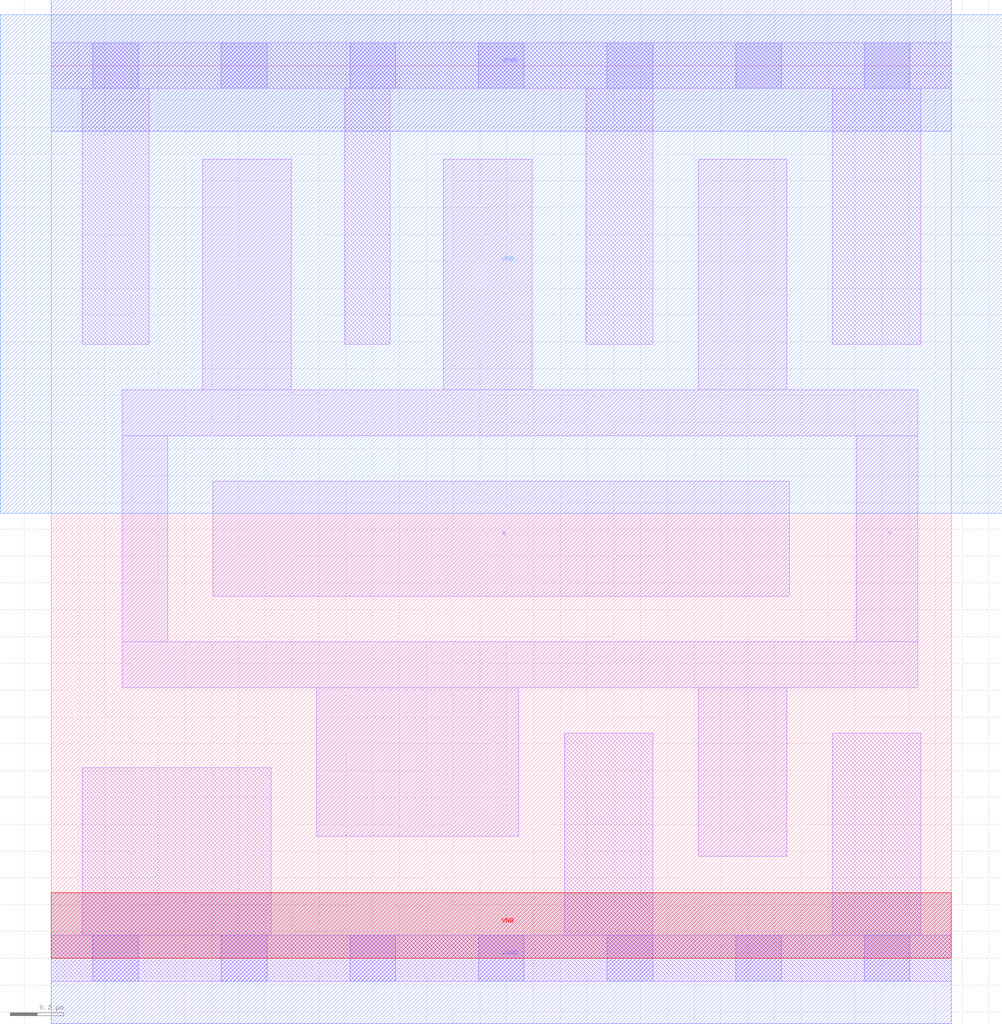
<source format=lef>
# Copyright 2020 The SkyWater PDK Authors
#
# Licensed under the Apache License, Version 2.0 (the "License");
# you may not use this file except in compliance with the License.
# You may obtain a copy of the License at
#
#     https://www.apache.org/licenses/LICENSE-2.0
#
# Unless required by applicable law or agreed to in writing, software
# distributed under the License is distributed on an "AS IS" BASIS,
# WITHOUT WARRANTIES OR CONDITIONS OF ANY KIND, either express or implied.
# See the License for the specific language governing permissions and
# limitations under the License.
#
# SPDX-License-Identifier: Apache-2.0

VERSION 5.7 ;
  NOWIREEXTENSIONATPIN ON ;
  DIVIDERCHAR "/" ;
  BUSBITCHARS "[]" ;
MACRO sky130_fd_sc_ms__clkinv_4
  CLASS CORE ;
  FOREIGN sky130_fd_sc_ms__clkinv_4 ;
  ORIGIN  0.000000  0.000000 ;
  SIZE  3.360000 BY  3.330000 ;
  SYMMETRY X Y ;
  SITE unit ;
  PIN A
    ANTENNAGATEAREA  1.461600 ;
    DIRECTION INPUT ;
    USE SIGNAL ;
    PORT
      LAYER li1 ;
        RECT 0.605000 1.350000 2.755000 1.780000 ;
    END
  END A
  PIN Y
    ANTENNADIFFAREA  1.331400 ;
    DIRECTION OUTPUT ;
    USE SIGNAL ;
    PORT
      LAYER li1 ;
        RECT 0.265000 1.010000 3.235000 1.180000 ;
        RECT 0.265000 1.180000 0.435000 1.950000 ;
        RECT 0.265000 1.950000 3.235000 2.120000 ;
        RECT 0.565000 2.120000 0.895000 2.980000 ;
        RECT 0.990000 0.455000 1.745000 1.010000 ;
        RECT 1.465000 2.120000 1.795000 2.980000 ;
        RECT 2.415000 0.380000 2.745000 1.010000 ;
        RECT 2.415000 2.120000 2.745000 2.980000 ;
        RECT 3.005000 1.180000 3.235000 1.950000 ;
    END
  END Y
  PIN VGND
    DIRECTION INOUT ;
    USE GROUND ;
    PORT
      LAYER met1 ;
        RECT 0.000000 -0.245000 3.360000 0.245000 ;
    END
  END VGND
  PIN VNB
    DIRECTION INOUT ;
    USE GROUND ;
    PORT
      LAYER pwell ;
        RECT 0.000000 0.000000 3.360000 0.245000 ;
    END
  END VNB
  PIN VPB
    DIRECTION INOUT ;
    USE POWER ;
    PORT
      LAYER nwell ;
        RECT -0.190000 1.660000 3.550000 3.520000 ;
    END
  END VPB
  PIN VPWR
    DIRECTION INOUT ;
    USE POWER ;
    PORT
      LAYER met1 ;
        RECT 0.000000 3.085000 3.360000 3.575000 ;
    END
  END VPWR
  OBS
    LAYER li1 ;
      RECT 0.000000 -0.085000 3.360000 0.085000 ;
      RECT 0.000000  3.245000 3.360000 3.415000 ;
      RECT 0.115000  0.085000 0.820000 0.710000 ;
      RECT 0.115000  2.290000 0.365000 3.245000 ;
      RECT 1.095000  2.290000 1.265000 3.245000 ;
      RECT 1.915000  0.085000 2.245000 0.840000 ;
      RECT 1.995000  2.290000 2.245000 3.245000 ;
      RECT 2.915000  0.085000 3.245000 0.840000 ;
      RECT 2.915000  2.290000 3.245000 3.245000 ;
    LAYER mcon ;
      RECT 0.155000 -0.085000 0.325000 0.085000 ;
      RECT 0.155000  3.245000 0.325000 3.415000 ;
      RECT 0.635000 -0.085000 0.805000 0.085000 ;
      RECT 0.635000  3.245000 0.805000 3.415000 ;
      RECT 1.115000 -0.085000 1.285000 0.085000 ;
      RECT 1.115000  3.245000 1.285000 3.415000 ;
      RECT 1.595000 -0.085000 1.765000 0.085000 ;
      RECT 1.595000  3.245000 1.765000 3.415000 ;
      RECT 2.075000 -0.085000 2.245000 0.085000 ;
      RECT 2.075000  3.245000 2.245000 3.415000 ;
      RECT 2.555000 -0.085000 2.725000 0.085000 ;
      RECT 2.555000  3.245000 2.725000 3.415000 ;
      RECT 3.035000 -0.085000 3.205000 0.085000 ;
      RECT 3.035000  3.245000 3.205000 3.415000 ;
  END
END sky130_fd_sc_ms__clkinv_4
END LIBRARY

</source>
